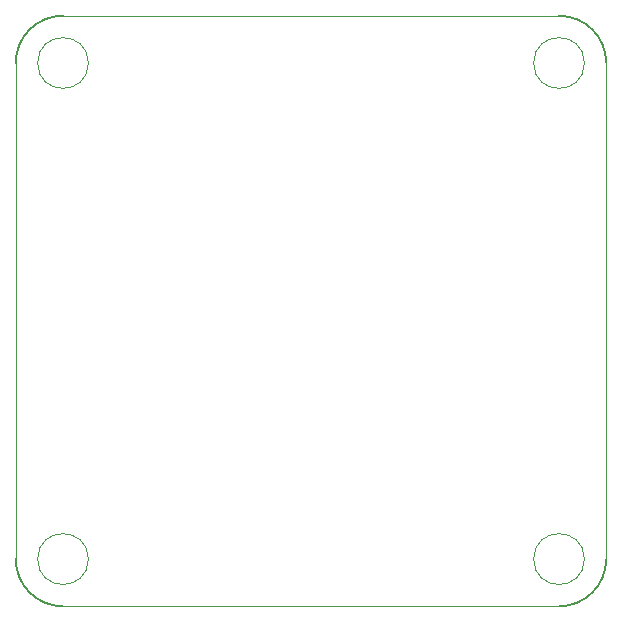
<source format=gbr>
G04 #@! TF.GenerationSoftware,KiCad,Pcbnew,5.1.5-52549c5~86~ubuntu19.04.1*
G04 #@! TF.CreationDate,2020-05-15T20:04:21+10:00*
G04 #@! TF.ProjectId,sid-board-v2,7369642d-626f-4617-9264-2d76322e6b69,rev?*
G04 #@! TF.SameCoordinates,Original*
G04 #@! TF.FileFunction,Profile,NP*
%FSLAX46Y46*%
G04 Gerber Fmt 4.6, Leading zero omitted, Abs format (unit mm)*
G04 Created by KiCad (PCBNEW 5.1.5-52549c5~86~ubuntu19.04.1) date 2020-05-15 20:04:21*
%MOMM*%
%LPD*%
G04 APERTURE LIST*
%ADD10C,0.100000*%
%ADD11C,0.150000*%
G04 APERTURE END LIST*
D10*
X81400581Y-120250000D02*
G75*
G03X81400581Y-120250000I-2150581J0D01*
G01*
X123400581Y-120250000D02*
G75*
G03X123400581Y-120250000I-2150581J0D01*
G01*
X123400581Y-78250000D02*
G75*
G03X123400581Y-78250000I-2150581J0D01*
G01*
X81400581Y-78250000D02*
G75*
G03X81400581Y-78250000I-2150581J0D01*
G01*
D11*
X79250000Y-124250000D02*
G75*
G02X75250000Y-120250000I0J4000000D01*
G01*
X125250000Y-120250000D02*
G75*
G02X121250000Y-124250000I-4000000J0D01*
G01*
X121250000Y-74250000D02*
G75*
G02X125250000Y-78250000I0J-4000000D01*
G01*
X75250000Y-78250000D02*
G75*
G02X79250000Y-74250000I4000000J0D01*
G01*
D10*
X75250000Y-120250000D02*
X75250000Y-78250000D01*
X121250000Y-124250000D02*
X79250000Y-124250000D01*
X125250000Y-78250000D02*
X125250000Y-120250000D01*
X79250000Y-74250000D02*
X121250000Y-74250000D01*
M02*

</source>
